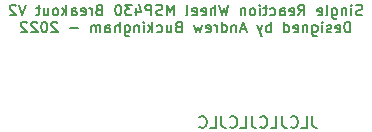
<source format=gbr>
G04 #@! TF.GenerationSoftware,KiCad,Pcbnew,(6.0.0)*
G04 #@! TF.CreationDate,2022-03-03T13:39:48-08:00*
G04 #@! TF.ProjectId,MSP430 Breakout,4d535034-3330-4204-9272-65616b6f7574,rev?*
G04 #@! TF.SameCoordinates,Original*
G04 #@! TF.FileFunction,Legend,Bot*
G04 #@! TF.FilePolarity,Positive*
%FSLAX46Y46*%
G04 Gerber Fmt 4.6, Leading zero omitted, Abs format (unit mm)*
G04 Created by KiCad (PCBNEW (6.0.0)) date 2022-03-03 13:39:48*
%MOMM*%
%LPD*%
G01*
G04 APERTURE LIST*
%ADD10C,0.150000*%
%ADD11R,1.700000X1.700000*%
%ADD12O,1.700000X1.700000*%
%ADD13C,2.000000*%
%ADD14C,0.800000*%
%ADD15C,5.000000*%
G04 APERTURE END LIST*
D10*
X170870285Y-91206785D02*
X170741714Y-91249642D01*
X170527428Y-91249642D01*
X170441714Y-91206785D01*
X170398857Y-91163928D01*
X170356000Y-91078214D01*
X170356000Y-90992500D01*
X170398857Y-90906785D01*
X170441714Y-90863928D01*
X170527428Y-90821071D01*
X170698857Y-90778214D01*
X170784571Y-90735357D01*
X170827428Y-90692500D01*
X170870285Y-90606785D01*
X170870285Y-90521071D01*
X170827428Y-90435357D01*
X170784571Y-90392500D01*
X170698857Y-90349642D01*
X170484571Y-90349642D01*
X170356000Y-90392500D01*
X169970285Y-91249642D02*
X169970285Y-90649642D01*
X169970285Y-90349642D02*
X170013142Y-90392500D01*
X169970285Y-90435357D01*
X169927428Y-90392500D01*
X169970285Y-90349642D01*
X169970285Y-90435357D01*
X169541714Y-90649642D02*
X169541714Y-91249642D01*
X169541714Y-90735357D02*
X169498857Y-90692500D01*
X169413142Y-90649642D01*
X169284571Y-90649642D01*
X169198857Y-90692500D01*
X169156000Y-90778214D01*
X169156000Y-91249642D01*
X168341714Y-90649642D02*
X168341714Y-91378214D01*
X168384571Y-91463928D01*
X168427428Y-91506785D01*
X168513142Y-91549642D01*
X168641714Y-91549642D01*
X168727428Y-91506785D01*
X168341714Y-91206785D02*
X168427428Y-91249642D01*
X168598857Y-91249642D01*
X168684571Y-91206785D01*
X168727428Y-91163928D01*
X168770285Y-91078214D01*
X168770285Y-90821071D01*
X168727428Y-90735357D01*
X168684571Y-90692500D01*
X168598857Y-90649642D01*
X168427428Y-90649642D01*
X168341714Y-90692500D01*
X167784571Y-91249642D02*
X167870285Y-91206785D01*
X167913142Y-91121071D01*
X167913142Y-90349642D01*
X167098857Y-91206785D02*
X167184571Y-91249642D01*
X167356000Y-91249642D01*
X167441714Y-91206785D01*
X167484571Y-91121071D01*
X167484571Y-90778214D01*
X167441714Y-90692500D01*
X167356000Y-90649642D01*
X167184571Y-90649642D01*
X167098857Y-90692500D01*
X167056000Y-90778214D01*
X167056000Y-90863928D01*
X167484571Y-90949642D01*
X165470285Y-91249642D02*
X165770285Y-90821071D01*
X165984571Y-91249642D02*
X165984571Y-90349642D01*
X165641714Y-90349642D01*
X165556000Y-90392500D01*
X165513142Y-90435357D01*
X165470285Y-90521071D01*
X165470285Y-90649642D01*
X165513142Y-90735357D01*
X165556000Y-90778214D01*
X165641714Y-90821071D01*
X165984571Y-90821071D01*
X164741714Y-91206785D02*
X164827428Y-91249642D01*
X164998857Y-91249642D01*
X165084571Y-91206785D01*
X165127428Y-91121071D01*
X165127428Y-90778214D01*
X165084571Y-90692500D01*
X164998857Y-90649642D01*
X164827428Y-90649642D01*
X164741714Y-90692500D01*
X164698857Y-90778214D01*
X164698857Y-90863928D01*
X165127428Y-90949642D01*
X163927428Y-91249642D02*
X163927428Y-90778214D01*
X163970285Y-90692500D01*
X164056000Y-90649642D01*
X164227428Y-90649642D01*
X164313142Y-90692500D01*
X163927428Y-91206785D02*
X164013142Y-91249642D01*
X164227428Y-91249642D01*
X164313142Y-91206785D01*
X164356000Y-91121071D01*
X164356000Y-91035357D01*
X164313142Y-90949642D01*
X164227428Y-90906785D01*
X164013142Y-90906785D01*
X163927428Y-90863928D01*
X163113142Y-91206785D02*
X163198857Y-91249642D01*
X163370285Y-91249642D01*
X163456000Y-91206785D01*
X163498857Y-91163928D01*
X163541714Y-91078214D01*
X163541714Y-90821071D01*
X163498857Y-90735357D01*
X163456000Y-90692500D01*
X163370285Y-90649642D01*
X163198857Y-90649642D01*
X163113142Y-90692500D01*
X162856000Y-90649642D02*
X162513142Y-90649642D01*
X162727428Y-90349642D02*
X162727428Y-91121071D01*
X162684571Y-91206785D01*
X162598857Y-91249642D01*
X162513142Y-91249642D01*
X162213142Y-91249642D02*
X162213142Y-90649642D01*
X162213142Y-90349642D02*
X162256000Y-90392500D01*
X162213142Y-90435357D01*
X162170285Y-90392500D01*
X162213142Y-90349642D01*
X162213142Y-90435357D01*
X161656000Y-91249642D02*
X161741714Y-91206785D01*
X161784571Y-91163928D01*
X161827428Y-91078214D01*
X161827428Y-90821071D01*
X161784571Y-90735357D01*
X161741714Y-90692500D01*
X161656000Y-90649642D01*
X161527428Y-90649642D01*
X161441714Y-90692500D01*
X161398857Y-90735357D01*
X161356000Y-90821071D01*
X161356000Y-91078214D01*
X161398857Y-91163928D01*
X161441714Y-91206785D01*
X161527428Y-91249642D01*
X161656000Y-91249642D01*
X160970285Y-90649642D02*
X160970285Y-91249642D01*
X160970285Y-90735357D02*
X160927428Y-90692500D01*
X160841714Y-90649642D01*
X160713142Y-90649642D01*
X160627428Y-90692500D01*
X160584571Y-90778214D01*
X160584571Y-91249642D01*
X159556000Y-90349642D02*
X159341714Y-91249642D01*
X159170285Y-90606785D01*
X158998857Y-91249642D01*
X158784571Y-90349642D01*
X158441714Y-91249642D02*
X158441714Y-90349642D01*
X158056000Y-91249642D02*
X158056000Y-90778214D01*
X158098857Y-90692500D01*
X158184571Y-90649642D01*
X158313142Y-90649642D01*
X158398857Y-90692500D01*
X158441714Y-90735357D01*
X157284571Y-91206785D02*
X157370285Y-91249642D01*
X157541714Y-91249642D01*
X157627428Y-91206785D01*
X157670285Y-91121071D01*
X157670285Y-90778214D01*
X157627428Y-90692500D01*
X157541714Y-90649642D01*
X157370285Y-90649642D01*
X157284571Y-90692500D01*
X157241714Y-90778214D01*
X157241714Y-90863928D01*
X157670285Y-90949642D01*
X156513142Y-91206785D02*
X156598857Y-91249642D01*
X156770285Y-91249642D01*
X156856000Y-91206785D01*
X156898857Y-91121071D01*
X156898857Y-90778214D01*
X156856000Y-90692500D01*
X156770285Y-90649642D01*
X156598857Y-90649642D01*
X156513142Y-90692500D01*
X156470285Y-90778214D01*
X156470285Y-90863928D01*
X156898857Y-90949642D01*
X155956000Y-91249642D02*
X156041714Y-91206785D01*
X156084571Y-91121071D01*
X156084571Y-90349642D01*
X154927428Y-91249642D02*
X154927428Y-90349642D01*
X154627428Y-90992500D01*
X154327428Y-90349642D01*
X154327428Y-91249642D01*
X153941714Y-91206785D02*
X153813142Y-91249642D01*
X153598857Y-91249642D01*
X153513142Y-91206785D01*
X153470285Y-91163928D01*
X153427428Y-91078214D01*
X153427428Y-90992500D01*
X153470285Y-90906785D01*
X153513142Y-90863928D01*
X153598857Y-90821071D01*
X153770285Y-90778214D01*
X153856000Y-90735357D01*
X153898857Y-90692500D01*
X153941714Y-90606785D01*
X153941714Y-90521071D01*
X153898857Y-90435357D01*
X153856000Y-90392500D01*
X153770285Y-90349642D01*
X153556000Y-90349642D01*
X153427428Y-90392500D01*
X153041714Y-91249642D02*
X153041714Y-90349642D01*
X152698857Y-90349642D01*
X152613142Y-90392500D01*
X152570285Y-90435357D01*
X152527428Y-90521071D01*
X152527428Y-90649642D01*
X152570285Y-90735357D01*
X152613142Y-90778214D01*
X152698857Y-90821071D01*
X153041714Y-90821071D01*
X151756000Y-90649642D02*
X151756000Y-91249642D01*
X151970285Y-90306785D02*
X152184571Y-90949642D01*
X151627428Y-90949642D01*
X151370285Y-90349642D02*
X150813142Y-90349642D01*
X151113142Y-90692500D01*
X150984571Y-90692500D01*
X150898857Y-90735357D01*
X150856000Y-90778214D01*
X150813142Y-90863928D01*
X150813142Y-91078214D01*
X150856000Y-91163928D01*
X150898857Y-91206785D01*
X150984571Y-91249642D01*
X151241714Y-91249642D01*
X151327428Y-91206785D01*
X151370285Y-91163928D01*
X150256000Y-90349642D02*
X150170285Y-90349642D01*
X150084571Y-90392500D01*
X150041714Y-90435357D01*
X149998857Y-90521071D01*
X149956000Y-90692500D01*
X149956000Y-90906785D01*
X149998857Y-91078214D01*
X150041714Y-91163928D01*
X150084571Y-91206785D01*
X150170285Y-91249642D01*
X150256000Y-91249642D01*
X150341714Y-91206785D01*
X150384571Y-91163928D01*
X150427428Y-91078214D01*
X150470285Y-90906785D01*
X150470285Y-90692500D01*
X150427428Y-90521071D01*
X150384571Y-90435357D01*
X150341714Y-90392500D01*
X150256000Y-90349642D01*
X148584571Y-90778214D02*
X148456000Y-90821071D01*
X148413142Y-90863928D01*
X148370285Y-90949642D01*
X148370285Y-91078214D01*
X148413142Y-91163928D01*
X148456000Y-91206785D01*
X148541714Y-91249642D01*
X148884571Y-91249642D01*
X148884571Y-90349642D01*
X148584571Y-90349642D01*
X148498857Y-90392500D01*
X148456000Y-90435357D01*
X148413142Y-90521071D01*
X148413142Y-90606785D01*
X148456000Y-90692500D01*
X148498857Y-90735357D01*
X148584571Y-90778214D01*
X148884571Y-90778214D01*
X147984571Y-91249642D02*
X147984571Y-90649642D01*
X147984571Y-90821071D02*
X147941714Y-90735357D01*
X147898857Y-90692500D01*
X147813142Y-90649642D01*
X147727428Y-90649642D01*
X147084571Y-91206785D02*
X147170285Y-91249642D01*
X147341714Y-91249642D01*
X147427428Y-91206785D01*
X147470285Y-91121071D01*
X147470285Y-90778214D01*
X147427428Y-90692500D01*
X147341714Y-90649642D01*
X147170285Y-90649642D01*
X147084571Y-90692500D01*
X147041714Y-90778214D01*
X147041714Y-90863928D01*
X147470285Y-90949642D01*
X146270285Y-91249642D02*
X146270285Y-90778214D01*
X146313142Y-90692500D01*
X146398857Y-90649642D01*
X146570285Y-90649642D01*
X146656000Y-90692500D01*
X146270285Y-91206785D02*
X146356000Y-91249642D01*
X146570285Y-91249642D01*
X146656000Y-91206785D01*
X146698857Y-91121071D01*
X146698857Y-91035357D01*
X146656000Y-90949642D01*
X146570285Y-90906785D01*
X146356000Y-90906785D01*
X146270285Y-90863928D01*
X145841714Y-91249642D02*
X145841714Y-90349642D01*
X145756000Y-90906785D02*
X145498857Y-91249642D01*
X145498857Y-90649642D02*
X145841714Y-90992500D01*
X144984571Y-91249642D02*
X145070285Y-91206785D01*
X145113142Y-91163928D01*
X145156000Y-91078214D01*
X145156000Y-90821071D01*
X145113142Y-90735357D01*
X145070285Y-90692500D01*
X144984571Y-90649642D01*
X144856000Y-90649642D01*
X144770285Y-90692500D01*
X144727428Y-90735357D01*
X144684571Y-90821071D01*
X144684571Y-91078214D01*
X144727428Y-91163928D01*
X144770285Y-91206785D01*
X144856000Y-91249642D01*
X144984571Y-91249642D01*
X143913142Y-90649642D02*
X143913142Y-91249642D01*
X144298857Y-90649642D02*
X144298857Y-91121071D01*
X144256000Y-91206785D01*
X144170285Y-91249642D01*
X144041714Y-91249642D01*
X143956000Y-91206785D01*
X143913142Y-91163928D01*
X143613142Y-90649642D02*
X143270285Y-90649642D01*
X143484571Y-90349642D02*
X143484571Y-91121071D01*
X143441714Y-91206785D01*
X143356000Y-91249642D01*
X143270285Y-91249642D01*
X142413142Y-90349642D02*
X142113142Y-91249642D01*
X141813142Y-90349642D01*
X141556000Y-90435357D02*
X141513142Y-90392500D01*
X141427428Y-90349642D01*
X141213142Y-90349642D01*
X141127428Y-90392500D01*
X141084571Y-90435357D01*
X141041714Y-90521071D01*
X141041714Y-90606785D01*
X141084571Y-90735357D01*
X141598857Y-91249642D01*
X141041714Y-91249642D01*
X169884571Y-92698642D02*
X169884571Y-91798642D01*
X169670285Y-91798642D01*
X169541714Y-91841500D01*
X169456000Y-91927214D01*
X169413142Y-92012928D01*
X169370285Y-92184357D01*
X169370285Y-92312928D01*
X169413142Y-92484357D01*
X169456000Y-92570071D01*
X169541714Y-92655785D01*
X169670285Y-92698642D01*
X169884571Y-92698642D01*
X168641714Y-92655785D02*
X168727428Y-92698642D01*
X168898857Y-92698642D01*
X168984571Y-92655785D01*
X169027428Y-92570071D01*
X169027428Y-92227214D01*
X168984571Y-92141500D01*
X168898857Y-92098642D01*
X168727428Y-92098642D01*
X168641714Y-92141500D01*
X168598857Y-92227214D01*
X168598857Y-92312928D01*
X169027428Y-92398642D01*
X168256000Y-92655785D02*
X168170285Y-92698642D01*
X167998857Y-92698642D01*
X167913142Y-92655785D01*
X167870285Y-92570071D01*
X167870285Y-92527214D01*
X167913142Y-92441500D01*
X167998857Y-92398642D01*
X168127428Y-92398642D01*
X168213142Y-92355785D01*
X168256000Y-92270071D01*
X168256000Y-92227214D01*
X168213142Y-92141500D01*
X168127428Y-92098642D01*
X167998857Y-92098642D01*
X167913142Y-92141500D01*
X167484571Y-92698642D02*
X167484571Y-92098642D01*
X167484571Y-91798642D02*
X167527428Y-91841500D01*
X167484571Y-91884357D01*
X167441714Y-91841500D01*
X167484571Y-91798642D01*
X167484571Y-91884357D01*
X166670285Y-92098642D02*
X166670285Y-92827214D01*
X166713142Y-92912928D01*
X166756000Y-92955785D01*
X166841714Y-92998642D01*
X166970285Y-92998642D01*
X167056000Y-92955785D01*
X166670285Y-92655785D02*
X166756000Y-92698642D01*
X166927428Y-92698642D01*
X167013142Y-92655785D01*
X167056000Y-92612928D01*
X167098857Y-92527214D01*
X167098857Y-92270071D01*
X167056000Y-92184357D01*
X167013142Y-92141500D01*
X166927428Y-92098642D01*
X166756000Y-92098642D01*
X166670285Y-92141500D01*
X166241714Y-92098642D02*
X166241714Y-92698642D01*
X166241714Y-92184357D02*
X166198857Y-92141500D01*
X166113142Y-92098642D01*
X165984571Y-92098642D01*
X165898857Y-92141500D01*
X165856000Y-92227214D01*
X165856000Y-92698642D01*
X165084571Y-92655785D02*
X165170285Y-92698642D01*
X165341714Y-92698642D01*
X165427428Y-92655785D01*
X165470285Y-92570071D01*
X165470285Y-92227214D01*
X165427428Y-92141500D01*
X165341714Y-92098642D01*
X165170285Y-92098642D01*
X165084571Y-92141500D01*
X165041714Y-92227214D01*
X165041714Y-92312928D01*
X165470285Y-92398642D01*
X164270285Y-92698642D02*
X164270285Y-91798642D01*
X164270285Y-92655785D02*
X164356000Y-92698642D01*
X164527428Y-92698642D01*
X164613142Y-92655785D01*
X164656000Y-92612928D01*
X164698857Y-92527214D01*
X164698857Y-92270071D01*
X164656000Y-92184357D01*
X164613142Y-92141500D01*
X164527428Y-92098642D01*
X164356000Y-92098642D01*
X164270285Y-92141500D01*
X163156000Y-92698642D02*
X163156000Y-91798642D01*
X163156000Y-92141500D02*
X163070285Y-92098642D01*
X162898857Y-92098642D01*
X162813142Y-92141500D01*
X162770285Y-92184357D01*
X162727428Y-92270071D01*
X162727428Y-92527214D01*
X162770285Y-92612928D01*
X162813142Y-92655785D01*
X162898857Y-92698642D01*
X163070285Y-92698642D01*
X163156000Y-92655785D01*
X162427428Y-92098642D02*
X162213142Y-92698642D01*
X161998857Y-92098642D02*
X162213142Y-92698642D01*
X162298857Y-92912928D01*
X162341714Y-92955785D01*
X162427428Y-92998642D01*
X161013142Y-92441500D02*
X160584571Y-92441500D01*
X161098857Y-92698642D02*
X160798857Y-91798642D01*
X160498857Y-92698642D01*
X160198857Y-92098642D02*
X160198857Y-92698642D01*
X160198857Y-92184357D02*
X160156000Y-92141500D01*
X160070285Y-92098642D01*
X159941714Y-92098642D01*
X159856000Y-92141500D01*
X159813142Y-92227214D01*
X159813142Y-92698642D01*
X158998857Y-92698642D02*
X158998857Y-91798642D01*
X158998857Y-92655785D02*
X159084571Y-92698642D01*
X159256000Y-92698642D01*
X159341714Y-92655785D01*
X159384571Y-92612928D01*
X159427428Y-92527214D01*
X159427428Y-92270071D01*
X159384571Y-92184357D01*
X159341714Y-92141500D01*
X159256000Y-92098642D01*
X159084571Y-92098642D01*
X158998857Y-92141500D01*
X158570285Y-92698642D02*
X158570285Y-92098642D01*
X158570285Y-92270071D02*
X158527428Y-92184357D01*
X158484571Y-92141500D01*
X158398857Y-92098642D01*
X158313142Y-92098642D01*
X157670285Y-92655785D02*
X157756000Y-92698642D01*
X157927428Y-92698642D01*
X158013142Y-92655785D01*
X158056000Y-92570071D01*
X158056000Y-92227214D01*
X158013142Y-92141500D01*
X157927428Y-92098642D01*
X157756000Y-92098642D01*
X157670285Y-92141500D01*
X157627428Y-92227214D01*
X157627428Y-92312928D01*
X158056000Y-92398642D01*
X157327428Y-92098642D02*
X157156000Y-92698642D01*
X156984571Y-92270071D01*
X156813142Y-92698642D01*
X156641714Y-92098642D01*
X155313142Y-92227214D02*
X155184571Y-92270071D01*
X155141714Y-92312928D01*
X155098857Y-92398642D01*
X155098857Y-92527214D01*
X155141714Y-92612928D01*
X155184571Y-92655785D01*
X155270285Y-92698642D01*
X155613142Y-92698642D01*
X155613142Y-91798642D01*
X155313142Y-91798642D01*
X155227428Y-91841500D01*
X155184571Y-91884357D01*
X155141714Y-91970071D01*
X155141714Y-92055785D01*
X155184571Y-92141500D01*
X155227428Y-92184357D01*
X155313142Y-92227214D01*
X155613142Y-92227214D01*
X154327428Y-92098642D02*
X154327428Y-92698642D01*
X154713142Y-92098642D02*
X154713142Y-92570071D01*
X154670285Y-92655785D01*
X154584571Y-92698642D01*
X154456000Y-92698642D01*
X154370285Y-92655785D01*
X154327428Y-92612928D01*
X153513142Y-92655785D02*
X153598857Y-92698642D01*
X153770285Y-92698642D01*
X153856000Y-92655785D01*
X153898857Y-92612928D01*
X153941714Y-92527214D01*
X153941714Y-92270071D01*
X153898857Y-92184357D01*
X153856000Y-92141500D01*
X153770285Y-92098642D01*
X153598857Y-92098642D01*
X153513142Y-92141500D01*
X153127428Y-92698642D02*
X153127428Y-91798642D01*
X153041714Y-92355785D02*
X152784571Y-92698642D01*
X152784571Y-92098642D02*
X153127428Y-92441500D01*
X152398857Y-92698642D02*
X152398857Y-92098642D01*
X152398857Y-91798642D02*
X152441714Y-91841500D01*
X152398857Y-91884357D01*
X152356000Y-91841500D01*
X152398857Y-91798642D01*
X152398857Y-91884357D01*
X151970285Y-92098642D02*
X151970285Y-92698642D01*
X151970285Y-92184357D02*
X151927428Y-92141500D01*
X151841714Y-92098642D01*
X151713142Y-92098642D01*
X151627428Y-92141500D01*
X151584571Y-92227214D01*
X151584571Y-92698642D01*
X150770285Y-92098642D02*
X150770285Y-92827214D01*
X150813142Y-92912928D01*
X150856000Y-92955785D01*
X150941714Y-92998642D01*
X151070285Y-92998642D01*
X151156000Y-92955785D01*
X150770285Y-92655785D02*
X150856000Y-92698642D01*
X151027428Y-92698642D01*
X151113142Y-92655785D01*
X151156000Y-92612928D01*
X151198857Y-92527214D01*
X151198857Y-92270071D01*
X151156000Y-92184357D01*
X151113142Y-92141500D01*
X151027428Y-92098642D01*
X150856000Y-92098642D01*
X150770285Y-92141500D01*
X150341714Y-92698642D02*
X150341714Y-91798642D01*
X149956000Y-92698642D02*
X149956000Y-92227214D01*
X149998857Y-92141500D01*
X150084571Y-92098642D01*
X150213142Y-92098642D01*
X150298857Y-92141500D01*
X150341714Y-92184357D01*
X149141714Y-92698642D02*
X149141714Y-92227214D01*
X149184571Y-92141500D01*
X149270285Y-92098642D01*
X149441714Y-92098642D01*
X149527428Y-92141500D01*
X149141714Y-92655785D02*
X149227428Y-92698642D01*
X149441714Y-92698642D01*
X149527428Y-92655785D01*
X149570285Y-92570071D01*
X149570285Y-92484357D01*
X149527428Y-92398642D01*
X149441714Y-92355785D01*
X149227428Y-92355785D01*
X149141714Y-92312928D01*
X148713142Y-92698642D02*
X148713142Y-92098642D01*
X148713142Y-92184357D02*
X148670285Y-92141500D01*
X148584571Y-92098642D01*
X148456000Y-92098642D01*
X148370285Y-92141500D01*
X148327428Y-92227214D01*
X148327428Y-92698642D01*
X148327428Y-92227214D02*
X148284571Y-92141500D01*
X148198857Y-92098642D01*
X148070285Y-92098642D01*
X147984571Y-92141500D01*
X147941714Y-92227214D01*
X147941714Y-92698642D01*
X146827428Y-92355785D02*
X146141714Y-92355785D01*
X145070285Y-91884357D02*
X145027428Y-91841500D01*
X144941714Y-91798642D01*
X144727428Y-91798642D01*
X144641714Y-91841500D01*
X144598857Y-91884357D01*
X144556000Y-91970071D01*
X144556000Y-92055785D01*
X144598857Y-92184357D01*
X145113142Y-92698642D01*
X144556000Y-92698642D01*
X143998857Y-91798642D02*
X143913142Y-91798642D01*
X143827428Y-91841500D01*
X143784571Y-91884357D01*
X143741714Y-91970071D01*
X143698857Y-92141500D01*
X143698857Y-92355785D01*
X143741714Y-92527214D01*
X143784571Y-92612928D01*
X143827428Y-92655785D01*
X143913142Y-92698642D01*
X143998857Y-92698642D01*
X144084571Y-92655785D01*
X144127428Y-92612928D01*
X144170285Y-92527214D01*
X144213142Y-92355785D01*
X144213142Y-92141500D01*
X144170285Y-91970071D01*
X144127428Y-91884357D01*
X144084571Y-91841500D01*
X143998857Y-91798642D01*
X143356000Y-91884357D02*
X143313142Y-91841500D01*
X143227428Y-91798642D01*
X143013142Y-91798642D01*
X142927428Y-91841500D01*
X142884571Y-91884357D01*
X142841714Y-91970071D01*
X142841714Y-92055785D01*
X142884571Y-92184357D01*
X143398857Y-92698642D01*
X142841714Y-92698642D01*
X142498857Y-91884357D02*
X142456000Y-91841500D01*
X142370285Y-91798642D01*
X142156000Y-91798642D01*
X142070285Y-91841500D01*
X142027428Y-91884357D01*
X141984571Y-91970071D01*
X141984571Y-92055785D01*
X142027428Y-92184357D01*
X142541714Y-92698642D01*
X141984571Y-92698642D01*
X166671047Y-99782380D02*
X166671047Y-100496666D01*
X166718666Y-100639523D01*
X166813904Y-100734761D01*
X166956761Y-100782380D01*
X167052000Y-100782380D01*
X165718666Y-100782380D02*
X166194857Y-100782380D01*
X166194857Y-99782380D01*
X164813904Y-100687142D02*
X164861523Y-100734761D01*
X165004380Y-100782380D01*
X165099619Y-100782380D01*
X165242476Y-100734761D01*
X165337714Y-100639523D01*
X165385333Y-100544285D01*
X165432952Y-100353809D01*
X165432952Y-100210952D01*
X165385333Y-100020476D01*
X165337714Y-99925238D01*
X165242476Y-99830000D01*
X165099619Y-99782380D01*
X165004380Y-99782380D01*
X164861523Y-99830000D01*
X164813904Y-99877619D01*
X164099619Y-99782380D02*
X164099619Y-100496666D01*
X164147238Y-100639523D01*
X164242476Y-100734761D01*
X164385333Y-100782380D01*
X164480571Y-100782380D01*
X163147238Y-100782380D02*
X163623428Y-100782380D01*
X163623428Y-99782380D01*
X162242476Y-100687142D02*
X162290095Y-100734761D01*
X162432952Y-100782380D01*
X162528190Y-100782380D01*
X162671047Y-100734761D01*
X162766285Y-100639523D01*
X162813904Y-100544285D01*
X162861523Y-100353809D01*
X162861523Y-100210952D01*
X162813904Y-100020476D01*
X162766285Y-99925238D01*
X162671047Y-99830000D01*
X162528190Y-99782380D01*
X162432952Y-99782380D01*
X162290095Y-99830000D01*
X162242476Y-99877619D01*
X161528190Y-99782380D02*
X161528190Y-100496666D01*
X161575809Y-100639523D01*
X161671047Y-100734761D01*
X161813904Y-100782380D01*
X161909142Y-100782380D01*
X160575809Y-100782380D02*
X161052000Y-100782380D01*
X161052000Y-99782380D01*
X159671047Y-100687142D02*
X159718666Y-100734761D01*
X159861523Y-100782380D01*
X159956761Y-100782380D01*
X160099619Y-100734761D01*
X160194857Y-100639523D01*
X160242476Y-100544285D01*
X160290095Y-100353809D01*
X160290095Y-100210952D01*
X160242476Y-100020476D01*
X160194857Y-99925238D01*
X160099619Y-99830000D01*
X159956761Y-99782380D01*
X159861523Y-99782380D01*
X159718666Y-99830000D01*
X159671047Y-99877619D01*
X158956761Y-99782380D02*
X158956761Y-100496666D01*
X159004380Y-100639523D01*
X159099619Y-100734761D01*
X159242476Y-100782380D01*
X159337714Y-100782380D01*
X158004380Y-100782380D02*
X158480571Y-100782380D01*
X158480571Y-99782380D01*
X157099619Y-100687142D02*
X157147238Y-100734761D01*
X157290095Y-100782380D01*
X157385333Y-100782380D01*
X157528190Y-100734761D01*
X157623428Y-100639523D01*
X157671047Y-100544285D01*
X157718666Y-100353809D01*
X157718666Y-100210952D01*
X157671047Y-100020476D01*
X157623428Y-99925238D01*
X157528190Y-99830000D01*
X157385333Y-99782380D01*
X157290095Y-99782380D01*
X157147238Y-99830000D01*
X157099619Y-99877619D01*
%LPC*%
D11*
X122047000Y-81026000D03*
D12*
X122047000Y-78486000D03*
X122047000Y-75946000D03*
X122047000Y-73406000D03*
X122047000Y-70866000D03*
X122047000Y-68326000D03*
D11*
X137287000Y-89916000D03*
D12*
X137287000Y-92456000D03*
X137287000Y-94996000D03*
X137287000Y-97536000D03*
X137287000Y-100076000D03*
X137287000Y-102616000D03*
D11*
X133477000Y-115316000D03*
D12*
X136017000Y-115316000D03*
X138557000Y-115316000D03*
D11*
X148717000Y-113728500D03*
D12*
X148717000Y-111188500D03*
X151257000Y-113728500D03*
X151257000Y-111188500D03*
X153797000Y-113728500D03*
X153797000Y-111188500D03*
X156337000Y-113728500D03*
X156337000Y-111188500D03*
X158877000Y-113728500D03*
X158877000Y-111188500D03*
X161417000Y-113728500D03*
X161417000Y-111188500D03*
X163957000Y-113728500D03*
X163957000Y-111188500D03*
D11*
X143637000Y-59436000D03*
D12*
X146177000Y-59436000D03*
D13*
X173418500Y-99989500D03*
X173418500Y-106489500D03*
X177918500Y-99989500D03*
X177918500Y-106489500D03*
D11*
X122047000Y-92456000D03*
D12*
X122047000Y-94996000D03*
X122047000Y-97536000D03*
X122047000Y-100076000D03*
D11*
X156337000Y-59436000D03*
D12*
X158877000Y-59436000D03*
D14*
X123261175Y-60650175D03*
X125912825Y-60650175D03*
X123261175Y-63301825D03*
X124587000Y-60101000D03*
D15*
X124587000Y-61976000D03*
D14*
X126462000Y-61976000D03*
X122712000Y-61976000D03*
X125912825Y-63301825D03*
X124587000Y-63851000D03*
D15*
X124587000Y-112776000D03*
D14*
X125912825Y-111450175D03*
X122712000Y-112776000D03*
X123261175Y-114101825D03*
X123261175Y-111450175D03*
X125912825Y-114101825D03*
X124587000Y-110901000D03*
X126462000Y-112776000D03*
X124587000Y-114651000D03*
X175387000Y-60101000D03*
X174061175Y-60650175D03*
X176712825Y-63301825D03*
X175387000Y-63851000D03*
X174061175Y-63301825D03*
X176712825Y-60650175D03*
D15*
X175387000Y-61976000D03*
D14*
X173512000Y-61976000D03*
X177262000Y-61976000D03*
X173512000Y-112776000D03*
X176712825Y-111450175D03*
X176712825Y-114101825D03*
X175387000Y-114651000D03*
X177262000Y-112776000D03*
X175387000Y-110901000D03*
X174061175Y-114101825D03*
X174061175Y-111450175D03*
D15*
X175387000Y-112776000D03*
D11*
X177927000Y-75946000D03*
D12*
X177927000Y-73406000D03*
X177927000Y-70866000D03*
X177927000Y-68326000D03*
D11*
X177927000Y-83566000D03*
D12*
X177927000Y-86106000D03*
X177927000Y-88646000D03*
X177927000Y-91186000D03*
D11*
X171983000Y-88666000D03*
D12*
X171983000Y-91206000D03*
M02*

</source>
